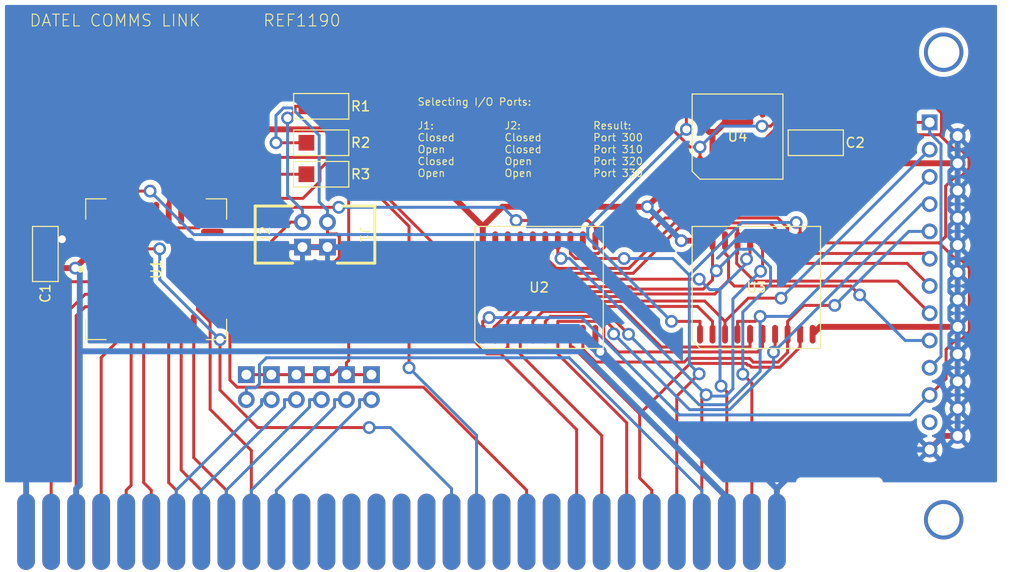
<source format=kicad_pcb>
(kicad_pcb (version 20241229) (generator "pcbnew") (generator_version "9.0")
  (layers (0 "F.Cu" signal) (2 "B.Cu" signal) (13 "F.Paste" user) (15 "B.Paste" user) (5 "F.SilkS" user "F.Silkscreen") (7 "B.SilkS" user "B.Silkscreen") (1 "F.Mask" user) (3 "B.Mask" user) (25 "Edge.Cuts" user))
  (net 0 "")
  (net 2 "/GND")
  (net 4 "/D6.GS")
  (net 5 "/D3.GS")
  (net 6 "/D5.GS")
  (net 7 "/D2.GS")
  (net 8 "/FlipFlop1.Q")
  (net 9 "/D0.GS")
  (net 10 "/Latch1.OE.2LE")
  (net 11 "/D1.GS")
  (net 12 "/D7.GS")
  (net 13 "/D4.GS")
  (net 15 "/D1")
  (net 16 "/D0")
  (net 17 "/D4")
  (net 18 "/Data.Out.LE")
  (net 19 "/D2")
  (net 20 "/+5V")
  (net 21 "/D6")
  (net 22 "/D3")
  (net 23 "/D7")
  (net 24 "/D5")
  (net 25 "/Data.In.OE")
  (net 27 "/FlipFlop.AR.B~{Q}")
  (net 29 "/I{slash}O.Jumper.2")
  (net 30 "/I{slash}O.Jumper.1")
  (net 31 "/IRQ.Select")
  (net 32 "/Select.IRQ")
  (net 33 "/A7")
  (net 34 "/A8")
  (net 38 "/A9")
  (net 40 "/~{IOW}")
  (net 42 "/A2")
  (net 44 "/AEN")
  (net 45 "/A3")
  (net 46 "/A6")
  (net 47 "/A1")
  (net 48 "/A5")
  (net 49 "/A4")
  (net 50 "/~{IOR}")
  (net 52 "/IRQ2")
  (net 53 "/IRQ3")
  (net 54 "/IRQ4")
  (net 55 "/IRQ5")
  (net 56 "/IRQ6")
  (net 57 "/IRQ7")
  (footprint "!REF1190:PLCC-28" (layer "F.Cu") (at 97.879 72.854 90)
    (property "Reference" "U1")
    (property "Value" "~")
  )
  (footprint "!REF1190:Jumper" (layer "F.Cu") (at 114.649 83.564)
    (property "Reference" "J4" (hide yes))
    (property "Value" "DNP" (hide yes))
  )
  (footprint "!REF1190:SOIC-20" (layer "F.Cu") (at 136.744 74.704)
    (property "Reference" "U2")
    (property "Value" "74HC373")
  )
  (footprint "!REF1190:SMD" (layer "F.Cu") (at 114.629 60.004)
    (property "Reference" "R2")
    (property "Value" "103")
  )
  (footprint "!REF1190:Jumper" (layer "F.Cu") (at 112.109 83.564)
    (property "Reference" "J3" (hide yes))
    (property "Value" "DNP" (hide yes))
  )
  (footprint "!REF1190:ISA Edge Connector" (layer "F.Cu") (at 122.779 99.529)
    (property "Reference" "U5" (hide yes))
    (property "Value" "~")
  )
  (footprint "!REF1190:Jumper" (layer "F.Cu") (at 117.189 83.564)
    (property "Reference" "J5" (hide yes))
    (property "Value" "DNP" (hide yes))
  )
  (footprint "!REF1190:SMD" (layer "F.Cu") (at 114.629 63.204)
    (property "Reference" "R3")
    (property "Value" "DNP")
  )
  (footprint "!REF1190:Jumper" (layer "F.Cu") (at 107.029 83.564)
    (property "Reference" "J1" (hide yes))
    (property "Value" "DNP" (hide yes))
  )
  (footprint "!REF1190:SMD" (layer "F.Cu") (at 114.629 56.304)
    (property "Reference" "R1")
    (property "Value" "103")
  )
  (footprint "!REF1190:Jumper" (layer "F.Cu") (at 119.729 83.564)
    (property "Reference" "J6" (hide yes))
    (property "Value" "DNP" (hide yes))
  )
  (footprint "!REF1190:SMD" (layer "F.Cu") (at 86.629 71.304 90)
    (property "Reference" "C1")
    (property "Value" "100 nF")
  )
  (footprint "!REF1190:SOIC-14" (layer "F.Cu") (at 156.889 59.379)
    (property "Reference" "U4")
    (property "Value" "74HC74")
  )
  (footprint "!REF1190:Jumper" (layer "F.Cu") (at 115.269 70.604 180)
    (property "Reference" "J8" (hide yes))
    (property "Value" "Jumper 1" (hide yes))
  )
  (footprint "!REF1190:SMD" (layer "F.Cu") (at 164.829 60.004)
    (property "Reference" "C2")
    (property "Value" "160 pF")
  )
  (footprint "!REF1190:SOIC-20" (layer "F.Cu") (at 158.794 74.704)
    (property "Reference" "U3")
    (property "Value" "74HC373")
  )
  (footprint "Connector_Dsub:DSUB-25_Socket_Vertical_P2.77x2.84mm_MountingHoles" (layer "F.Cu") (at 176.389 57.934 90)
    (property "Reference" "J9" (hide yes))
    (property "Value" "DB25_Pins_MountingHoles")
  )
  (footprint "!REF1190:Jumper" (layer "F.Cu") (at 112.729 70.604 180)
    (property "Reference" "J7" (hide yes))
    (property "Value" "Jumper 2" (hide yes))
  )
  (footprint "!REF1190:Jumper" (layer "F.Cu") (at 109.569 83.564)
    (property "Reference" "J2" (hide yes))
    (property "Value" "DNP" (hide yes))
  )
  (gr_line (start 120.069 72.234) (end 116.269 72.234) (stroke (width 0.3)) (layer "F.SilkS"))
  (gr_line (start 111.729 72.234) (end 107.929 72.234) (stroke (width 0.3)) (layer "F.SilkS"))
  (gr_line (start 107.929 72.234) (end 107.929 66.434) (stroke (width 0.3)) (layer "F.SilkS"))
  (gr_line (start 107.929 66.434) (end 111.729 66.434) (stroke (width 0.3)) (layer "F.SilkS"))
  (gr_line (start 116.269 66.434) (end 120.069 66.434) (stroke (width 0.3)) (layer "F.SilkS"))
  (gr_line (start 120.069 66.434) (end 120.069 72.234) (stroke (width 0.3)) (layer "F.SilkS"))
  (gr_line (start 82.029 103.604) (end 82.029 45.504) (stroke (width 0.002)) (layer "Edge.Cuts"))
  (gr_line (start 183.729 103.604) (end 183.729 45.504) (stroke (width 0.002)) (layer "Edge.Cuts"))
  (gr_line (start 171.129 103.604) (end 183.729 103.604) (stroke (width 0.002)) (layer "Edge.Cuts"))
  (gr_line (start 171.129 94.504) (end 163.329 94.504) (stroke (width 0.002)) (layer "Edge.Cuts"))
  (gr_line (start 82.029 103.604) (end 163.329 103.604) (stroke (width 0.002)) (layer "Edge.Cuts"))
  (gr_line (start 163.329 103.604) (end 163.329 94.504) (stroke (width 0.002)) (layer "Edge.Cuts"))
  (gr_line (start 82.029 45.504) (end 183.729 45.504) (stroke (width 0.002)) (layer "Edge.Cuts"))
  (gr_line (start 171.129 103.604) (end 171.129 94.504) (stroke (width 0.002)) (layer "Edge.Cuts"))
  (gr_text "J2" (at 109.506 70.241143 90) (layer "F.SilkS") (effects (font (size 1 1) (thickness 0.1)) (justify left bottom)))
  (gr_text "DATEL COMMS LINK	REF1190" (at 84.956 48.289 0) (layer "F.SilkS") (effects (font (size 1.2 1.2) (thickness 0.1)) (justify left bottom)))
  (gr_text "J1" (at 118.492 68.426857 270) (layer "F.SilkS") (effects (font (size 1 1) (thickness 0.1)) (justify left bottom)))
  (gr_text "Selecting I/O Ports:\n\nJ1:			J2:	  		Result:\nClosed		Closed		Port 300\nOpen		Closed		Port 310\nClosed		Open		Port 320\nOpen		Open		Port 330" (at 124.355 63.535 0) (layer "F.SilkS") (effects (font (size 0.75 0.75) (thickness 0.1)) (justify left bottom)))
  (segment (start 115.269 70.604) (end 112.729 70.604) (width 0.6) (layer "F.Cu") (net 2))
  (segment (start 179.229 89.789) (end 177.774 89.789) (width 0.6) (layer "F.Cu") (net 2))
  (segment (start 142.9627 81.2412) (end 142.6272 80.9057) (width 0.6) (layer "F.Cu") (net 2))
  (segment (start 163.954 62.089) (end 163.329 61.464) (width 0.6) (layer "F.Cu") (net 2))
  (segment (start 86.629 69.804) (end 87.9307 69.804) (width 0.6) (layer "F.Cu") (net 2))
  (segment (start 142.459 79.454) (end 142.459 80.9057) (width 0.6) (layer "F.Cu") (net 2))
  (segment (start 107.8573 74.124) (end 103.579 74.124) (width 0.6) (layer "F.Cu") (net 2))
  (segment (start 163.329 61.464) (end 163.329 60.004) (width 0.6) (layer "F.Cu") (net 2))
  (segment (start 112.729 70.604) (end 111.3773 70.604) (width 0.6) (layer "F.Cu") (net 2))
  (segment (start 142.6272 80.9057) (end 142.459 80.9057) (width 0.6) (layer "F.Cu") (net 2))
  (segment (start 165.254 78.709) (end 179.229 78.709) (width 0.6) (layer "F.Cu") (net 2))
  (segment (start 164.509 79.454) (end 165.254 78.709) (width 0.6) (layer "F.Cu") (net 2))
  (segment (start 177.774 89.789) (end 176.389 91.174) (width 0.6) (layer "F.Cu") (net 2))
  (segment (start 111.3773 70.604) (end 107.8573 74.124) (width 0.6) (layer "F.Cu") (net 2))
  (segment (start 87.9307 69.804) (end 88.3178 69.804) (width 0.6) (layer "F.Cu") (net 2))
  (segment (start 163.329 61.39) (end 163.329 60.004) (width 0.6) (layer "F.Cu") (net 2))
  (segment (start 179.229 62.089) (end 163.954 62.089) (width 0.6) (layer "F.Cu") (net 2))
  (segment (start 160.699 62.254) (end 162.465 62.254) (width 0.6) (layer "F.Cu") (net 2))
  (segment (start 162.465 62.254) (end 163.329 61.39) (width 0.6) (layer "F.Cu") (net 2))
  (via (at 88.3178 69.804) (size 1.3) (drill 0.8) (layers "F.Cu" "B.Cu") (net 2))
  (via (at 142.9627 81.2412) (size 1.3) (drill 0.8) (layers "F.Cu" "B.Cu") (net 2))
  (segment (start 179.229 78.709) (end 179.229 75.939) (width 0.6) (layer "B.Cu") (net 2))
  (segment (start 99.0364 69.9578) (end 101.3863 69.9578) (width 0.6) (layer "B.Cu") (net 2))
  (segment (start 116.6207 70.604) (end 125.139 79.1223) (width 0.6) (layer "B.Cu") (net 2))
  (segment (start 160.879 95.154) (end 164.859 91.174) (width 0.6) (layer "B.Cu") (net 2))
  (segment (start 140.8438 79.1223) (end 142.9627 81.2412) (width 0.6) (layer "B.Cu") (net 2))
  (segment (start 84.679 74.7142) (end 88.9535 70.4397) (width 0.6) (layer "B.Cu") (net 2))
  (segment (start 102.0325 70.604) (end 111.3773 70.604) (width 0.6) (layer "B.Cu") (net 2))
  (segment (start 179.229 84.249) (end 179.229 81.479) (width 0.6) (layer "B.Cu") (net 2))
  (segment (start 125.139 79.1223) (end 140.8438 79.1223) (width 0.6) (layer "B.Cu") (net 2))
  (segment (start 179.229 87.019) (end 179.229 84.249) (width 0.6) (layer "B.Cu") (net 2))
  (segment (start 115.269 70.604) (end 116.6207 70.604) (width 0.6) (layer "B.Cu") (net 2))
  (segment (start 158.388 92.663) (end 154.3845 92.663) (width 0.6) (layer "B.Cu") (net 2))
  (segment (start 88.9535 70.4397) (end 89.7585 69.6347) (width 0.6) (layer "B.Cu") (net 2))
  (segment (start 179.229 70.399) (end 179.229 67.629) (width 0.6) (layer "B.Cu") (net 2))
  (segment (start 179.229 67.629) (end 179.229 64.859) (width 0.6) (layer "B.Cu") (net 2))
  (segment (start 112.729 70.604) (end 111.3773 70.604) (width 0.6) (layer "B.Cu") (net 2))
  (segment (start 154.3845 92.663) (end 142.9627 81.2412) (width 0.6) (layer "B.Cu") (net 2))
  (segment (start 160.879 99.529) (end 160.879 95.3531) (width 0.6) (layer "B.Cu") (net 2))
  (segment (start 98.7133 69.6347) (end 99.0364 69.9578) (width 0.6) (layer "B.Cu") (net 2))
  (segment (start 160.879 95.3531) (end 160.879 95.154) (width 0.6) (layer "B.Cu") (net 2))
  (segment (start 84.679 99.529) (end 84.679 74.7142) (width 0.6) (layer "B.Cu") (net 2))
  (segment (start 88.9535 70.4397) (end 88.3178 69.804) (width 0.6) (layer "B.Cu") (net 2))
  (segment (start 89.7585 69.6347) (end 98.7133 69.6347) (width 0.6) (layer "B.Cu") (net 2))
  (segment (start 164.859 91.174) (end 176.389 91.174) (width 0.6) (layer "B.Cu") (net 2))
  (segment (start 179.229 64.859) (end 179.229 62.089) (width 0.6) (layer "B.Cu") (net 2))
  (segment (start 179.229 75.939) (end 179.229 73.169) (width 0.6) (layer "B.Cu") (net 2))
  (segment (start 179.229 81.479) (end 179.229 78.709) (width 0.6) (layer "B.Cu") (net 2))
  (segment (start 179.229 62.089) (end 179.229 59.319) (width 0.6) (layer "B.Cu") (net 2))
  (segment (start 179.229 73.169) (end 179.229 70.399) (width 0.6) (layer "B.Cu") (net 2))
  (segment (start 160.879 95.154) (end 158.388 92.663) (width 0.6) (layer "B.Cu") (net 2))
  (segment (start 101.3863 69.9578) (end 102.0325 70.604) (width 0.6) (layer "B.Cu") (net 2))
  (segment (start 179.229 89.789) (end 179.229 87.019) (width 0.6) (layer "B.Cu") (net 2))
  (segment (start 136.109 71.2557) (end 138.123 73.2697) (width 0.3) (layer "F.Cu") (net 4))
  (segment (start 136.109 69.954) (end 136.109 71.2557) (width 0.3) (layer "F.Cu") (net 4))
  (segment (start 156.889 69.954) (end 156.889 68.6523) (width 0.3) (layer "F.Cu") (net 4))
  (segment (start 156.889 69.9811) (end 156.889 71.2557) (width 0.3) (layer "F.Cu") (net 4))
  (segment (start 146.2891 73.2697) (end 150.9065 68.6523) (width 0.3) (layer "F.Cu") (net 4))
  (segment (start 173.1262 74.0612) (end 176.389 77.324) (width 0.3) (layer "F.Cu") (net 4))
  (segment (start 156.8012 72.2723) (end 158.5901 74.0612) (width 0.3) (layer "F.Cu") (net 4))
  (segment (start 138.123 73.2697) (end 146.2891 73.2697) (width 0.3) (layer "F.Cu") (net 4))
  (segment (start 156.889 71.2557) (end 156.8012 71.3435) (width 0.3) (layer "F.Cu") (net 4))
  (segment (start 156.8012 71.3435) (end 156.8012 72.2723) (width 0.3) (layer "F.Cu") (net 4))
  (segment (start 150.9065 68.6523) (end 156.889 68.6523) (width 0.3) (layer "F.Cu") (net 4))
  (segment (start 158.5901 74.0612) (end 173.1262 74.0612) (width 0.3) (layer "F.Cu") (net 4))
  (segment (start 156.889 69.9811) (end 156.889 69.954) (width 0.3) (layer "F.Cu") (net 4))
  (segment (start 158.1146 81.9143) (end 151.8491 81.9143) (width 0.3) (layer "F.Cu") (net 5))
  (segment (start 142.4748 82.2827) (end 141.189 80.9969) (width 0.3) (layer "F.Cu") (net 5))
  (segment (start 158.4903 82.29) (end 158.1146 81.9143) (width 0.3) (layer "F.Cu") (net 5))
  (segment (start 160.9885 82.29) (end 158.4903 82.29) (width 0.3) (layer "F.Cu") (net 5))
  (segment (start 151.4807 82.2827) (end 142.4748 82.2827) (width 0.3) (layer "F.Cu") (net 5))
  (segment (start 161.969 80.7557) (end 161.969 81.3095) (width 0.3) (layer "F.Cu") (net 5))
  (segment (start 161.969 79.454) (end 161.969 80.7557) (width 0.3) (layer "F.Cu") (net 5))
  (segment (start 161.969 81.3095) (end 160.9885 82.29) (width 0.3) (layer "F.Cu") (net 5))
  (segment (start 141.189 80.9969) (end 141.189 80.7557) (width 0.3) (layer "F.Cu") (net 5))
  (segment (start 163.5931 76.5282) (end 161.969 78.1523) (width 0.3) (layer "F.Cu") (net 5))
  (segment (start 166.7524 76.5282) (end 163.5931 76.5282) (width 0.3) (layer "F.Cu") (net 5))
  (segment (start 151.8491 81.9143) (end 151.4807 82.2827) (width 0.3) (layer "F.Cu") (net 5))
  (segment (start 141.189 79.454) (end 141.189 80.7557) (width 0.3) (layer "F.Cu") (net 5))
  (segment (start 161.969 79.454) (end 161.969 78.1523) (width 0.3) (layer "F.Cu") (net 5))
  (via (at 166.7524 76.5282) (size 1.3) (drill 0.8) (layers "F.Cu" "B.Cu") (net 5))
  (segment (start 176.389 69.014) (end 174.2666 69.014) (width 0.3) (layer "B.Cu") (net 5))
  (segment (start 174.2666 69.014) (end 166.7524 76.5282) (width 0.3) (layer "B.Cu") (net 5))
  (segment (start 145.8511 72.768) (end 138.5039 72.768) (width 0.3) (layer "F.Cu") (net 6))
  (segment (start 160.699 69.9811) (end 160.699 71.2557) (width 0.3) (layer "F.Cu") (net 6))
  (segment (start 160.1973 68.1506) (end 150.4685 68.1506) (width 0.3) (layer "F.Cu") (net 6))
  (segment (start 160.699 71.2557) (end 161.7024 72.2591) (width 0.3) (layer "F.Cu") (net 6))
  (segment (start 160.699 69.954) (end 160.699 68.6523) (width 0.3) (layer "F.Cu") (net 6))
  (segment (start 137.379 69.954) (end 137.379 71.2557) (width 0.3) (layer "F.Cu") (net 6))
  (segment (start 174.0941 72.2591) (end 176.389 74.554) (width 0.3) (layer "F.Cu") (net 6))
  (segment (start 150.4685 68.1506) (end 145.8511 72.768) (width 0.3) (layer "F.Cu") (net 6))
  (segment (start 160.699 69.9811) (end 160.699 69.954) (width 0.3) (layer "F.Cu") (net 6))
  (segment (start 161.7024 72.2591) (end 174.0941 72.2591) (width 0.3) (layer "F.Cu") (net 6))
  (segment (start 138.5039 72.768) (end 137.379 71.6431) (width 0.3) (layer "F.Cu") (net 6))
  (segment (start 137.379 71.6431) (end 137.379 71.2557) (width 0.3) (layer "F.Cu") (net 6))
  (segment (start 160.699 68.6523) (end 160.1973 68.1506) (width 0.3) (layer "F.Cu") (net 6))
  (segment (start 137.379 79.454) (end 137.379 78.1523) (width 0.3) (layer "F.Cu") (net 7))
  (segment (start 143.0437 77.6495) (end 144.3158 78.9216) (width 0.3) (layer "F.Cu") (net 7))
  (segment (start 160.699 79.454) (end 160.699 81.1209) (width 0.3) (layer "F.Cu") (net 7))
  (segment (start 137.8818 77.6495) (end 143.0437 77.6495) (width 0.3) (layer "F.Cu") (net 7))
  (segment (start 137.379 78.1523) (end 137.8818 77.6495) (width 0.3) (layer "F.Cu") (net 7))
  (segment (start 144.3158 78.9216) (end 144.3158 79.4191) (width 0.3) (layer "F.Cu") (net 7))
  (segment (start 160.699 81.1209) (end 160.5394 81.2805) (width 0.3) (layer "F.Cu") (net 7))
  (via (at 144.3158 79.4191) (size 1.3) (drill 0.8) (layers "F.Cu" "B.Cu") (net 7))
  (via (at 160.5394 81.2805) (size 1.3) (drill 0.8) (layers "F.Cu" "B.Cu") (net 7))
  (segment (start 152.0169 87.1202) (end 156.08 87.1202) (width 0.3) (layer "B.Cu") (net 7))
  (segment (start 176.389 66.244) (end 175.5759 66.244) (width 0.3) (layer "B.Cu") (net 7))
  (segment (start 175.5759 66.244) (end 160.5394 81.2805) (width 0.3) (layer "B.Cu") (net 7))
  (segment (start 156.08 87.1202) (end 160.5394 82.6608) (width 0.3) (layer "B.Cu") (net 7))
  (segment (start 144.3158 79.4191) (end 152.0169 87.1202) (width 0.3) (layer "B.Cu") (net 7))
  (segment (start 160.5394 82.6608) (end 160.5394 81.2805) (width 0.3) (layer "B.Cu") (net 7))
  (segment (start 161.375 57.934) (end 176.389 57.934) (width 0.3) (layer "F.Cu") (net 8))
  (segment (start 158.159 61.15) (end 161.375 57.934) (width 0.3) (layer "F.Cu") (net 8))
  (segment (start 158.159 62.254) (end 158.159 61.15) (width 0.3) (layer "F.Cu") (net 8))
  (segment (start 176.4611 59.0857) (end 176.389 59.0857) (width 0.3) (layer "B.Cu") (net 8))
  (segment (start 176.389 57.934) (end 176.389 59.0857) (width 0.3) (layer "B.Cu") (net 8))
  (segment (start 176.389 82.864) (end 177.5407 81.7123) (width 0.3) (layer "B.Cu") (net 8))
  (segment (start 177.5407 60.1653) (end 176.4611 59.0857) (width 0.3) (layer "B.Cu") (net 8))
  (segment (start 177.5407 81.7123) (end 177.5407 60.1653) (width 0.3) (layer "B.Cu") (net 8))
  (segment (start 135.298 75.6338) (end 132.299 78.6328) (width 0.3) (layer "F.Cu") (net 9))
  (segment (start 145.6104 75.6338) (end 135.298 75.6338) (width 0.3) (layer "F.Cu") (net 9))
  (segment (start 155.619 78.1523) (end 157.9825 75.7888) (width 0.3) (layer "F.Cu") (net 9))
  (segment (start 155.619 79.454) (end 155.619 78.1523) (width 0.3) (layer "F.Cu") (net 9))
  (segment (start 132.299 78.6328) (end 132.299 79.454) (width 0.3) (layer "F.Cu") (net 9))
  (segment (start 155.619 78.1523) (end 153.5519 76.0852) (width 0.3) (layer "F.Cu") (net 9))
  (segment (start 157.9825 75.7888) (end 161.3042 75.7888) (width 0.3) (layer "F.Cu") (net 9))
  (segment (start 153.5519 76.0852) (end 146.0618 76.0852) (width 0.3) (layer "F.Cu") (net 9))
  (segment (start 146.0618 76.0852) (end 145.6104 75.6338) (width 0.3) (layer "F.Cu") (net 9))
  (via (at 161.3042 75.7888) (size 1.3) (drill 0.8) (layers "F.Cu" "B.Cu") (net 9))
  (segment (start 176.389 60.704) (end 161.3042 75.7888) (width 0.3) (layer "B.Cu") (net 9))
  (segment (start 166.329 60.004) (end 167.4807 60.004) (width 0.3) (layer "F.Cu") (net 10))
  (segment (start 131.2819 78.1523) (end 131.6679 77.7663) (width 0.3) (layer "F.Cu") (net 10))
  (segment (start 158.1907 55.2023) (end 175.789 55.2023) (width 0.3) (layer "F.Cu") (net 10))
  (segment (start 178.9434 63.474) (end 178.0114 64.406) (width 0.3) (layer "F.Cu") (net 10))
  (segment (start 168.2899 59.1948) (end 167.4807 60.004) (width 0.3) (layer "F.Cu") (net 10))
  (segment (start 177.5882 58.9983) (end 177.3917 59.1948) (width 0.3) (layer "F.Cu") (net 10))
  (segment (start 180.4167 72.7279) (end 180.4167 79.1702) (width 0.3) (layer "F.Cu") (net 10))
  (segment (start 177.3917 59.1948) (end 168.2899 59.1948) (width 0.3) (layer "F.Cu") (net 10))
  (segment (start 164.7355 70.1805) (end 177.3621 70.1805) (width 0.3) (layer "F.Cu") (net 10))
  (segment (start 178.9611 80.094) (end 178.0586 80.9965) (width 0.3) (layer "F.Cu") (net 10))
  (segment (start 175.789 55.2023) (end 177.5882 57.0015) (width 0.3) (layer "F.Cu") (net 10))
  (segment (start 179.6497 71.9609) (end 180.4167 72.7279) (width 0.3) (layer "F.Cu") (net 10))
  (segment (start 178.9009 60.704) (end 179.5327 60.704) (width 0.3) (layer "F.Cu") (net 10))
  (segment (start 177.3917 59.1948) (end 178.9009 60.704) (width 0.3) (layer "F.Cu") (net 10))
  (segment (start 158.19 55.203) (end 158.1907 55.2023) (width 0.3) (layer "F.Cu") (net 10))
  (segment (start 131.029 79.454) (end 131.029 78.1523) (width 0.3) (layer "F.Cu") (net 10))
  (segment (start 179.5213 63.474) (end 178.9434 63.474) (width 0.3) (layer "F.Cu") (net 10))
  (segment (start 177.5882 57.0015) (end 177.5882 58.9983) (width 0.3) (layer "F.Cu") (net 10))
  (segment (start 178.0114 69.5312) (end 177.3621 70.1805) (width 0.3) (layer "F.Cu") (net 10))
  (segment (start 180.4167 79.1702) (end 179.4929 80.094) (width 0.3) (layer "F.Cu") (net 10))
  (segment (start 178.0586 80.9965) (end 178.0586 83.9644) (width 0.3) (layer "F.Cu") (net 10))
  (segment (start 156.889 56.504) (end 156.889 55.428) (width 0.3) (layer "F.Cu") (net 10))
  (segment (start 156.889 55.428) (end 157.114 55.203) (width 0.3) (layer "F.Cu") (net 10))
  (segment (start 177.3621 70.1805) (end 179.1425 71.9609) (width 0.3) (layer "F.Cu") (net 10))
  (segment (start 179.4929 80.094) (end 178.9611 80.094) (width 0.3) (layer "F.Cu") (net 10))
  (segment (start 157.114 55.203) (end 158.19 55.203) (width 0.3) (layer "F.Cu") (net 10))
  (segment (start 179.1425 71.9609) (end 179.6497 71.9609) (width 0.3) (layer "F.Cu") (net 10))
  (segment (start 179.5327 60.704) (end 180.3846 61.5559) (width 0.3) (layer "F.Cu") (net 10))
  (segment (start 178.0586 83.9644) (end 176.389 85.634) (width 0.3) (layer "F.Cu") (net 10))
  (segment (start 178.0114 64.406) (end 178.0114 69.5312) (width 0.3) (layer "F.Cu") (net 10))
  (segment (start 131.029 78.1523) (end 131.2819 78.1523) (width 0.3) (layer "F.Cu") (net 10))
  (segment (start 180.3846 61.5559) (end 180.3846 62.6107) (width 0.3) (layer "F.Cu") (net 10))
  (segment (start 180.3846 62.6107) (end 179.5213 63.474) (width 0.3) (layer "F.Cu") (net 10))
  (segment (start 164.509 69.954) (end 164.7355 70.1805) (width 0.3) (layer "F.Cu") (net 10))
  (via (at 131.6679 77.7663) (size 1.3) (drill 0.8) (layers "F.Cu" "B.Cu") (net 10))
  (segment (start 150.9712 87.6568) (end 174.3662 87.6568) (width 0.3) (layer "B.Cu") (net 10))
  (segment (start 131.6679 77.7663) (end 141.0807 77.7663) (width 0.3) (layer "B.Cu") (net 10))
  (segment (start 174.3662 87.6568) (end 176.389 85.634) (width 0.3) (layer "B.Cu") (net 10))
  (segment (start 141.0807 77.7663) (end 150.9712 87.6568) (width 0.3) (layer "B.Cu") (net 10))
  (segment (start 156.889 78.1523) (end 158.674 78.1523) (width 0.3) (layer "F.Cu") (net 11))
  (segment (start 136.109 79.454) (end 136.109 78.1523) (width 0.3) (layer "F.Cu") (net 11))
  (segment (start 137.1135 77.1478) (end 143.5155 77.1478) (width 0.3) (layer "F.Cu") (net 11))
  (segment (start 136.109 78.1523) (end 137.1135 77.1478) (width 0.3) (layer "F.Cu") (net 11))
  (segment (start 143.5155 77.1478) (end 145.8243 79.4566) (width 0.3) (layer "F.Cu") (net 11))
  (segment (start 158.674 78.1523) (end 159.1806 77.6457) (width 0.3) (layer "F.Cu") (net 11))
  (segment (start 156.889 79.454) (end 156.889 78.1523) (width 0.3) (layer "F.Cu") (net 11))
  (via (at 159.1806 77.6457) (size 1.3) (drill 0.8) (layers "F.Cu" "B.Cu") (net 11))
  (via (at 145.8243 79.4566) (size 1.3) (drill 0.8) (layers "F.Cu" "B.Cu") (net 11))
  (segment (start 155.7903 86.6185) (end 159.1806 83.2282) (width 0.3) (layer "B.Cu") (net 11))
  (segment (start 145.8243 79.4566) (end 152.9862 86.6185) (width 0.3) (layer "B.Cu") (net 11))
  (segment (start 152.9862 86.6185) (end 155.7903 86.6185) (width 0.3) (layer "B.Cu") (net 11))
  (segment (start 159.1806 83.2282) (end 159.1806 77.6457) (width 0.3) (layer "B.Cu") (net 11))
  (segment (start 162.2173 77.6457) (end 176.389 63.474) (width 0.3) (layer "B.Cu") (net 11))
  (segment (start 159.1806 77.6457) (end 162.2173 77.6457) (width 0.3) (layer "B.Cu") (net 11))
  (segment (start 136.1754 75.1321) (end 132.299 71.2557) (width 0.3) (layer "F.Cu") (net 12))
  (segment (start 132.299 69.954) (end 132.299 71.2557) (width 0.3) (layer "F.Cu") (net 12))
  (segment (start 154.5821 75.3697) (end 146.0557 75.3697) (width 0.3) (layer "F.Cu") (net 12))
  (segment (start 155.9771 73.9747) (end 156.5653 74.5629) (width 0.3) (layer "F.Cu") (net 12))
  (segment (start 145.8181 75.1321) (end 136.1754 75.1321) (width 0.3) (layer "F.Cu") (net 12))
  (segment (start 155.619 69.954) (end 155.619 71.2557) (width 0.3) (layer "F.Cu") (net 12))
  (segment (start 168.3807 74.5629) (end 169.2839 75.4661) (width 0.3) (layer "F.Cu") (net 12))
  (segment (start 156.5653 74.5629) (end 168.3807 74.5629) (width 0.3) (layer "F.Cu") (net 12))
  (segment (start 146.0557 75.3697) (end 145.8181 75.1321) (width 0.3) (layer "F.Cu") (net 12))
  (segment (start 155.9771 71.6138) (end 155.619 71.2557) (width 0.3) (layer "F.Cu") (net 12))
  (segment (start 155.9771 73.9747) (end 155.9771 71.6138) (width 0.3) (layer "F.Cu") (net 12))
  (segment (start 155.9771 73.9747) (end 154.5821 75.3697) (width 0.3) (layer "F.Cu") (net 12))
  (via (at 169.2839 75.4661) (size 1.3) (drill 0.8) (layers "F.Cu" "B.Cu") (net 12))
  (segment (start 173.9118 80.094) (end 169.2839 75.4661) (width 0.3) (layer "B.Cu") (net 12))
  (segment (start 176.389 80.094) (end 173.9118 80.094) (width 0.3) (layer "B.Cu") (net 12))
  (segment (start 176.389 71.784) (end 175.8607 71.2557) (width 0.3) (layer "F.Cu") (net 13))
  (segment (start 147.4679 69.7321) (end 149.5511 67.6489) (width 0.3) (layer "F.Cu") (net 13))
  (segment (start 141.189 71.2557) (end 142.729 71.2557) (width 0.3) (layer "F.Cu") (net 13))
  (segment (start 141.189 69.954) (end 141.189 71.2557) (width 0.3) (layer "F.Cu") (net 13))
  (segment (start 161.969 69.954) (end 161.969 68.6523) (width 0.3) (layer "F.Cu") (net 13))
  (segment (start 161.969 69.954) (end 161.969 71.2557) (width 0.3) (layer "F.Cu") (net 13))
  (segment (start 149.5511 67.6489) (end 160.9656 67.6489) (width 0.3) (layer "F.Cu") (net 13))
  (segment (start 144.2526 69.7321) (end 147.4679 69.7321) (width 0.3) (layer "F.Cu") (net 13))
  (segment (start 160.9656 67.6489) (end 161.969 68.6523) (width 0.3) (layer "F.Cu") (net 13))
  (segment (start 142.729 71.2557) (end 144.2526 69.7321) (width 0.3) (layer "F.Cu") (net 13))
  (segment (start 175.8607 71.2557) (end 161.969 71.2557) (width 0.3) (layer "F.Cu") (net 13))
  (segment (start 143.099 99.529) (end 143.099 89.7456) (width 0.3) (layer "F.Cu") (net 15))
  (segment (start 145.0276 76.6372) (end 149.1461 80.7557) (width 0.3) (layer "F.Cu") (net 15))
  (segment (start 134.839 79.454) (end 134.839 78.1523) (width 0.3) (layer "F.Cu") (net 15))
  (segment (start 134.839 78.1523) (end 136.3541 76.6372) (width 0.3) (layer "F.Cu") (net 15))
  (segment (start 134.839 81.4856) (end 134.839 79.454) (width 0.3) (layer "F.Cu") (net 15))
  (segment (start 136.3541 76.6372) (end 145.0276 76.6372) (width 0.3) (layer "F.Cu") (net 15))
  (segment (start 143.099 89.7456) (end 134.839 81.4856) (width 0.3) (layer "F.Cu") (net 15))
  (segment (start 158.159 79.454) (end 158.159 80.7557) (width 0.3) (layer "F.Cu") (net 15))
  (segment (start 149.1461 80.7557) (end 158.159 80.7557) (width 0.3) (layer "F.Cu") (net 15))
  (segment (start 135.5858 76.1355) (end 133.569 78.1523) (width 0.3) (layer "F.Cu") (net 16))
  (segment (start 152.8324 76.6357) (end 145.9029 76.6357) (width 0.3) (layer "F.Cu") (net 16))
  (segment (start 132.8695 81.4552) (end 140.559 89.1447) (width 0.3) (layer "F.Cu") (net 16))
  (segment (start 132.8695 81.4552) (end 133.569 80.7557) (width 0.3) (layer "F.Cu") (net 16))
  (segment (start 99.149 65.6523) (end 103.3083 61.493) (width 0.3) (layer "F.Cu") (net 16))
  (segment (start 154.349 79.454) (end 154.349 78.1523) (width 0.3) (layer "F.Cu") (net 16))
  (segment (start 129.3064 73.5359) (end 129.3064 79.3079) (width 0.3) (layer "F.Cu") (net 16))
  (segment (start 103.3083 61.493) (end 117.2635 61.493) (width 0.3) (layer "F.Cu") (net 16))
  (segment (start 131.4537 81.4552) (end 132.8695 81.4552) (width 0.3) (layer "F.Cu") (net 16))
  (segment (start 154.349 78.1523) (end 152.8324 76.6357) (width 0.3) (layer "F.Cu") (net 16))
  (segment (start 133.569 79.4811) (end 133.569 80.7557) (width 0.3) (layer "F.Cu") (net 16))
  (segment (start 133.569 79.4811) (end 133.569 79.454) (width 0.3) (layer "F.Cu") (net 16))
  (segment (start 99.149 67.154) (end 99.149 65.6523) (width 0.3) (layer "F.Cu") (net 16))
  (segment (start 140.559 89.1447) (end 140.559 99.529) (width 0.3) (layer "F.Cu") (net 16))
  (segment (start 129.3064 79.3079) (end 131.4537 81.4552) (width 0.3) (layer "F.Cu") (net 16))
  (segment (start 133.569 79.454) (end 133.569 78.1523) (width 0.3) (layer "F.Cu") (net 16))
  (segment (start 145.4027 76.1355) (end 135.5858 76.1355) (width 0.3) (layer "F.Cu") (net 16))
  (segment (start 145.9029 76.6357) (end 145.4027 76.1355) (width 0.3) (layer "F.Cu") (net 16))
  (segment (start 117.2635 61.493) (end 129.3064 73.5359) (width 0.3) (layer "F.Cu") (net 16))
  (segment (start 163.239 68.5002) (end 162.8449 68.1061) (width 0.3) (layer "F.Cu") (net 17))
  (segment (start 150.719 85.7552) (end 152.9906 83.4836) (width 0.3) (layer "F.Cu") (net 17))
  (segment (start 139.919 71.2557) (end 140.4294 71.7661) (width 0.3) (layer "F.Cu") (net 17))
  (segment (start 150.719 99.529) (end 150.719 95.3023) (width 0.3) (layer "F.Cu") (net 17))
  (segment (start 163.239 69.954) (end 163.239 68.5002) (width 0.3) (layer "F.Cu") (net 17))
  (segment (start 140.4294 71.7661) (end 145.37 71.7661) (width 0.3) (layer "F.Cu") (net 17))
  (segment (start 150.719 95.3023) (end 150.719 85.7552) (width 0.3) (layer "F.Cu") (net 17))
  (segment (start 139.919 69.954) (end 139.919 71.2557) (width 0.3) (layer "F.Cu") (net 17))
  (via (at 145.37 71.7661) (size 1.3) (drill 0.8) (layers "F.Cu" "B.Cu") (net 17))
  (via (at 152.9906 83.4836) (size 1.3) (drill 0.8) (layers "F.Cu" "B.Cu") (net 17))
  (via (at 162.8449 68.1061) (size 1.3) (drill 0.8) (layers "F.Cu" "B.Cu") (net 17))
  (segment (start 151.9963 82.4893) (end 152.9906 83.4836) (width 0.3) (layer "B.Cu") (net 17))
  (segment (start 150.312 71.7661) (end 145.37 71.7661) (width 0.3) (layer "B.Cu") (net 17))
  (segment (start 162.8449 68.1061) (end 157.3406 68.1061) (width 0.3) (layer "B.Cu") (net 17))
  (segment (start 157.3406 68.1061) (end 151.9963 73.4504) (width 0.3) (layer "B.Cu") (net 17))
  (segment (start 151.9963 73.4504) (end 151.9963 82.4893) (width 0.3) (layer "B.Cu") (net 17))
  (segment (start 151.9963 73.4504) (end 150.312 71.7661) (width 0.3) (layer "B.Cu") (net 17))
  (segment (start 155.619 64.489) (end 155.619 62.254) (width 0.3) (layer "F.Cu") (net 18))
  (segment (start 150.4054 65.469) (end 154.639 65.469) (width 0.3) (layer "F.Cu") (net 18))
  (segment (start 147.2221 68.6523) (end 150.4054 65.469) (width 0.3) (layer "F.Cu") (net 18))
  (segment (start 134.4162 67.9036) (end 141.7103 67.9036) (width 0.3) (layer "F.Cu") (net 18))
  (segment (start 142.459 69.954) (end 142.459 68.6523) (width 0.3) (layer "F.Cu") (net 18))
  (segment (start 95.339 67.154) (end 95.339 68.6557) (width 0.3) (layer "F.Cu") (net 18))
  (segment (start 141.7103 67.9036) (end 142.459 68.6523) (width 0.3) (layer "F.Cu") (net 18))
  (segment (start 142.459 68.6523) (end 147.2221 68.6523) (width 0.3) (layer "F.Cu") (net 18))
  (segment (start 95.339 68.6557) (end 102.1956 68.6557) (width 0.3) (layer "F.Cu") (net 18))
  (segment (start 154.639 65.469) (end 155.619 64.489) (width 0.3) (layer "F.Cu") (net 18))
  (segment (start 102.1956 68.6557) (end 104.2923 66.559) (width 0.3) (layer "F.Cu") (net 18))
  (segment (start 104.2923 66.559) (end 116.4186 66.559) (width 0.3) (layer "F.Cu") (net 18))
  (via (at 134.4162 67.9036) (size 1.3) (drill 0.8) (layers "F.Cu" "B.Cu") (net 18))
  (via (at 116.4186 66.559) (size 1.3) (drill 0.8) (layers "F.Cu" "B.Cu") (net 18))
  (segment (start 116.4186 66.559) (end 133.0716 66.559) (width 0.3) (layer "B.Cu") (net 18))
  (segment (start 133.0716 66.559) (end 134.4162 67.9036) (width 0.3) (layer "B.Cu") (net 18))
  (segment (start 143.3141 79.8387) (end 144.7328 81.2574) (width 0.3) (layer "F.Cu") (net 19))
  (segment (start 158.9273 81.2574) (end 159.429 80.7557) (width 0.3) (layer "F.Cu") (net 19))
  (segment (start 138.649 79.454) (end 138.649 78.1523) (width 0.3) (layer "F.Cu") (net 19))
  (segment (start 145.639 88.4554) (end 138.649 81.4654) (width 0.3) (layer "F.Cu") (net 19))
  (segment (start 142.7962 78.1523) (end 143.3141 78.6702) (width 0.3) (layer "F.Cu") (net 19))
  (segment (start 145.639 99.529) (end 145.639 88.4554) (width 0.3) (layer "F.Cu") (net 19))
  (segment (start 138.649 78.1523) (end 142.7962 78.1523) (width 0.3) (layer "F.Cu") (net 19))
  (segment (start 138.649 81.4654) (end 138.649 79.454) (width 0.3) (layer "F.Cu") (net 19))
  (segment (start 159.429 79.454) (end 159.429 80.7557) (width 0.3) (layer "F.Cu") (net 19))
  (segment (start 144.7328 81.2574) (end 158.9273 81.2574) (width 0.3) (layer "F.Cu") (net 19))
  (segment (start 143.3141 78.6702) (end 143.3141 79.8387) (width 0.3) (layer "F.Cu") (net 19))
  (segment (start 154.349 63.447) (end 153.411 64.385) (width 0.6) (layer "F.Cu") (net 20))
  (segment (start 156.889 60.8023) (end 154.349 60.8023) (width 0.6) (layer "F.Cu") (net 20))
  (segment (start 154.349 58.9122) (end 154.349 60.8023) (width 0.6) (layer "F.Cu") (net 20))
  (segment (start 158.159 56.504) (end 158.159 57.9557) (width 0.6) (layer "F.Cu") (net 20))
  (segment (start 131.029 69.954) (end 131.029 68.5023) (width 0.6) (layer "F.Cu") (net 20))
  (segment (start 90.5273 71.8759) (end 90.5273 71.584) (width 0.6) (layer "F.Cu") (net 20))
  (segment (start 156.889 62.254) (end 156.889 60.8023) (width 0.6) (layer "F.Cu") (net 20))
  (segment (start 87.9307 72.804) (end 87.9984 72.7363) (width 0.6) (layer "F.Cu") (net 20))
  (segment (start 87.9984 72.7363) (end 89.6669 72.7363) (width 0.6) (layer "F.Cu") (net 20))
  (segment (start 155.619 57.9557) (end 158.159 57.9557) (width 0.6) (layer "F.Cu") (net 20))
  (segment (start 154.0162 58.9122) (end 154.349 58.9122) (width 0.6) (layer "F.Cu") (net 20))
  (segment (start 116.129 58.6445) (end 116.129 57.6057) (width 0.6) (layer "F.Cu") (net 20))
  (segment (start 116.129 60.004) (end 122.5307 60.004) (width 0.6) (layer "F.Cu") (net 20))
  (segment (start 86.629 72.804) (end 87.9307 72.804) (width 0.6) (layer "F.Cu") (net 20))
  (segment (start 149.8438 64.385) (end 147.7255 66.5033) (width 0.6) (layer "F.Cu") (net 20))
  (segment (start 147.7255 66.5033) (end 133.028 66.5033) (width 0.6) (layer "F.Cu") (net 20))
  (segment (start 89.6669 72.7363) (end 90.5273 71.8759) (width 0.6) (layer "F.Cu") (net 20))
  (segment (start 116.129 56.304) (end 116.129 57.6057) (width 0.6) (layer "F.Cu") (net 20))
  (segment (start 153.411 64.385) (end 149.8438 64.385) (width 0.6) (layer "F.Cu") (net 20))
  (segment (start 154.349 58.9122) (end 154.6625 58.9122) (width 0.6) (layer "F.Cu") (net 20))
  (segment (start 133.028 66.5033) (end 131.029 68.5023) (width 0.6) (layer "F.Cu") (net 20))
  (segment (start 90.5273 71.584) (end 90.5273 68.7046) (width 0.6) (layer "F.Cu") (net 20))
  (segment (start 153.079 56.504) (end 153.079 57.975) (width 0.6) (layer "F.Cu") (net 20))
  (segment (start 92.179 71.584) (end 90.5273 71.584) (width 0.6) (layer "F.Cu") (net 20))
  (segment (start 122.5307 60.004) (end 131.029 68.5023) (width 0.6) (layer "F.Cu") (net 20))
  (segment (start 153.079 57.975) (end 154.0162 58.9122) (width 0.6) (layer "F.Cu") (net 20))
  (segment (start 155.619 56.504) (end 155.619 57.9557) (width 0.6) (layer "F.Cu") (net 20))
  (segment (start 116.129 60.004) (end 116.129 58.6445) (width 0.6) (layer "F.Cu") (net 20))
  (segment (start 154.6625 58.9122) (end 155.619 57.9557) (width 0.6) (layer "F.Cu") (net 20))
  (segment (start 153.079 69.954) (end 151.1762 69.954) (width 0.6) (layer "F.Cu") (net 20))
  (segment (start 154.349 62.254) (end 154.349 60.8023) (width 0.6) (layer "F.Cu") (net 20))
  (segment (start 154.349 62.254) (end 154.349 63.447) (width 0.6) (layer "F.Cu") (net 20))
  (segment (start 100.5874 58.6445) (end 116.129 58.6445) (width 0.6) (layer "F.Cu") (net 20))
  (segment (start 90.5273 68.7046) (end 100.5874 58.6445) (width 0.6) (layer "F.Cu") (net 20))
  (via (at 147.7255 66.5033) (size 1.3) (drill 0.8) (layers "F.Cu" "B.Cu") (net 20))
  (via (at 89.6669 72.7363) (size 1.3) (drill 0.8) (layers "F.Cu" "B.Cu") (net 20))
  (via (at 151.1762 69.954) (size 1.3) (drill 0.8) (layers "F.Cu" "B.Cu") (net 20))
  (segment (start 90.1252 81.1944) (end 90.1252 94.7861) (width 0.6) (layer "B.Cu") (net 20))
  (segment (start 140.9614 81.1944) (end 155.799 96.032) (width 0.6) (layer "B.Cu") (net 20))
  (segment (start 90.1252 81.1944) (end 140.9614 81.1944) (width 0.6) (layer "B.Cu") (net 20))
  (segment (start 90.1252 94.7861) (end 89.759 95.1523) (width 0.6) (layer "B.Cu") (net 20))
  (segment (start 89.759 99.529) (end 89.759 95.1523) (width 0.6) (layer "B.Cu") (net 20))
  (segment (start 90.1252 73.1946) (end 90.1252 81.1944) (width 0.6) (layer "B.Cu") (net 20))
  (segment (start 89.6669 72.7363) (end 90.1252 73.1946) (width 0.6) (layer "B.Cu") (net 20))
  (segment (start 155.799 96.032) (end 155.799 99.529) (width 0.6) (layer "B.Cu") (net 20))
  (segment (start 147.7255 66.5033) (end 151.1762 69.954) (width 0.6) (layer "B.Cu") (net 20))
  (segment (start 158.159 71.2557) (end 157.8029 71.6118) (width 0.3) (layer "F.Cu") (net 21))
  (segment (start 155.799 99.529) (end 155.799 95.3023) (width 0.3) (layer "F.Cu") (net 21))
  (segment (start 155.799 95.3023) (end 155.799 85.3002) (width 0.3) (layer "F.Cu") (net 21))
  (segment (start 134.839 69.954) (end 134.839 71.2557) (width 0.3) (layer "F.Cu") (net 21))
  (segment (start 134.839 71.2557) (end 137.4485 73.8652) (width 0.3) (layer "F.Cu") (net 21))
  (segment (start 155.799 85.3002) (end 155.2197 84.7209) (width 0.3) (layer "F.Cu") (net 21))
  (segment (start 158.159 69.954) (end 158.159 71.2557) (width 0.3) (layer "F.Cu") (net 21))
  (segment (start 137.4485 73.8652) (end 152.998 73.8652) (width 0.3) (layer "F.Cu") (net 21))
  (segment (start 157.8029 71.6118) (end 157.8029 71.8216) (width 0.3) (layer "F.Cu") (net 21))
  (via (at 157.8029 71.8216) (size 1.3) (drill 0.8) (layers "F.Cu" "B.Cu") (net 21))
  (via (at 152.998 73.8652) (size 1.3) (drill 0.8) (layers "F.Cu" "B.Cu") (net 21))
  (via (at 155.2197 84.7209) (size 1.3) (drill 0.8) (layers "F.Cu" "B.Cu") (net 21))
  (segment (start 154.0592 74.9264) (end 152.998 73.8652) (width 0.3) (layer "B.Cu") (net 21))
  (segment (start 155.1095 84.6107) (end 155.2197 84.7209) (width 0.3) (layer "B.Cu") (net 21))
  (segment (start 155.1095 74.9264) (end 157.8029 72.233) (width 0.3) (layer "B.Cu") (net 21))
  (segment (start 157.8029 72.233) (end 157.8029 71.8216) (width 0.3) (layer "B.Cu") (net 21))
  (segment (start 155.1095 74.9264) (end 155.1095 84.6107) (width 0.3) (layer "B.Cu") (net 21))
  (segment (start 155.1095 74.9264) (end 154.0592 74.9264) (width 0.3) (layer "B.Cu") (net 21))
  (segment (start 139.919 79.454) (end 139.919 80.7557) (width 0.3) (layer "F.Cu") (net 22))
  (segment (start 148.179 99.529) (end 148.179 95.3023) (width 0.3) (layer "F.Cu") (net 22))
  (segment (start 158.3003 82.8094) (end 158.0936 82.6027) (width 0.3) (layer "F.Cu") (net 22))
  (segment (start 157.9273 82.6027) (end 157.7478 82.4232) (width 0.3) (layer "F.Cu") (net 22))
  (segment (start 146.9553 94.0786) (end 148.179 95.3023) (width 0.3) (layer "F.Cu") (net 22))
  (segment (start 163.239 79.454) (end 163.239 80.7557) (width 0.3) (layer "F.Cu") (net 22))
  (segment (start 157.7478 82.4232) (end 152.0767 82.4232) (width 0.3) (layer "F.Cu") (net 22))
  (segment (start 161.1853 82.8094) (end 158.3003 82.8094) (width 0.3) (layer "F.Cu") (net 22))
  (segment (start 158.0936 82.6027) (end 157.9273 82.6027) (width 0.3) (layer "F.Cu") (net 22))
  (segment (start 146.9553 87.5446) (end 140.1664 80.7557) (width 0.3) (layer "F.Cu") (net 22))
  (segment (start 140.1664 80.7557) (end 139.919 80.7557) (width 0.3) (layer "F.Cu") (net 22))
  (segment (start 152.0767 82.4232) (end 146.9553 87.5446) (width 0.3) (layer "F.Cu") (net 22))
  (segment (start 163.239 80.7557) (end 161.1853 82.8094) (width 0.3) (layer "F.Cu") (net 22))
  (segment (start 146.9553 87.5446) (end 146.9553 94.0786) (width 0.3) (layer "F.Cu") (net 22))
  (segment (start 154.349 73.933) (end 153.414 74.868) (width 0.3) (layer "F.Cu") (net 23))
  (segment (start 158.339 99.529) (end 158.339 84.431) (width 0.3) (layer "F.Cu") (net 23))
  (segment (start 158.339 84.431) (end 157.4196 83.5116) (width 0.3) (layer "F.Cu") (net 23))
  (segment (start 153.414 74.868) (end 146.2634 74.868) (width 0.3) (layer "F.Cu") (net 23))
  (segment (start 136.9437 74.6304) (end 133.569 71.2557) (width 0.3) (layer "F.Cu") (net 23))
  (segment (start 146.0258 74.6304) (end 136.9437 74.6304) (width 0.3) (layer "F.Cu") (net 23))
  (segment (start 154.349 69.954) (end 154.349 71.2557) (width 0.3) (layer "F.Cu") (net 23))
  (segment (start 154.349 71.2557) (end 154.349 73.0116) (width 0.3) (layer "F.Cu") (net 23))
  (segment (start 154.7312 73.0116) (end 154.349 73.0116) (width 0.3) (layer "F.Cu") (net 23))
  (segment (start 154.349 73.0116) (end 154.349 73.933) (width 0.3) (layer "F.Cu") (net 23))
  (segment (start 146.2634 74.868) (end 146.0258 74.6304) (width 0.3) (layer "F.Cu") (net 23))
  (segment (start 133.569 69.954) (end 133.569 71.2557) (width 0.3) (layer "F.Cu") (net 23))
  (via (at 154.7312 73.0116) (size 1.3) (drill 0.8) (layers "F.Cu" "B.Cu") (net 23))
  (via (at 157.4196 83.5116) (size 1.3) (drill 0.8) (layers "F.Cu" "B.Cu") (net 23))
  (segment (start 157.4196 77.2071) (end 160.2393 74.3874) (width 0.3) (layer "B.Cu") (net 23))
  (segment (start 158.4206 70.8198) (end 156.923 70.8198) (width 0.3) (layer "B.Cu") (net 23))
  (segment (start 160.2393 72.6385) (end 158.4206 70.8198) (width 0.3) (layer "B.Cu") (net 23))
  (segment (start 160.2393 74.3874) (end 160.2393 72.6385) (width 0.3) (layer "B.Cu") (net 23))
  (segment (start 156.923 70.8198) (end 154.7312 73.0116) (width 0.3) (layer "B.Cu") (net 23))
  (segment (start 157.4196 83.5116) (end 157.4196 77.2071) (width 0.3) (layer "B.Cu") (net 23))
  (segment (start 153.259 86.0582) (end 153.7019 85.6153) (width 0.3) (layer "F.Cu") (net 24))
  (segment (start 153.259 99.529) (end 153.259 86.0582) (width 0.3) (layer "F.Cu") (net 24))
  (segment (start 138.649 69.954) (end 138.649 71.4363) (width 0.3) (layer "F.Cu") (net 24))
  (segment (start 159.2245 73.0595) (end 159.429 72.855) (width 0.3) (layer "F.Cu") (net 24))
  (segment (start 138.649 71.4363) (end 138.9701 71.7574) (width 0.3) (layer "F.Cu") (net 24))
  (segment (start 159.429 72.855) (end 159.429 69.954) (width 0.3) (layer "F.Cu") (net 24))
  (via (at 153.7019 85.6153) (size 1.3) (drill 0.8) (layers "F.Cu" "B.Cu") (net 24))
  (via (at 138.9701 71.7574) (size 1.3) (drill 0.8) (layers "F.Cu" "B.Cu") (net 24))
  (via (at 159.2245 73.0595) (size 1.3) (drill 0.8) (layers "F.Cu" "B.Cu") (net 24))
  (segment (start 153.8273 85.7407) (end 155.6865 85.7407) (width 0.3) (layer "B.Cu") (net 24))
  (segment (start 156.4178 75.8662) (end 159.2245 73.0595) (width 0.3) (layer "B.Cu") (net 24))
  (segment (start 156.4178 85.0094) (end 156.4178 75.8662) (width 0.3) (layer "B.Cu") (net 24))
  (segment (start 138.9701 71.7574) (end 139.844 71.7574) (width 0.3) (layer "B.Cu") (net 24))
  (segment (start 155.6865 85.7407) (end 156.4178 85.0094) (width 0.3) (layer "B.Cu") (net 24))
  (segment (start 139.844 71.7574) (end 153.7019 85.6153) (width 0.3) (layer "B.Cu") (net 24))
  (segment (start 153.7019 85.6153) (end 153.8273 85.7407) (width 0.3) (layer "B.Cu") (net 24))
  (segment (start 154.349 56.504) (end 154.349 55.308) (width 0.3) (layer "F.Cu") (net 25))
  (segment (start 154.046 55.005) (end 152.325 55.005) (width 0.3) (layer "F.Cu") (net 25))
  (segment (start 95.7724 64.9153) (end 97.2654 64.9153) (width 0.3) (layer "F.Cu") (net 25))
  (segment (start 94.069 67.154) (end 94.069 66.6187) (width 0.3) (layer "F.Cu") (net 25))
  (segment (start 153.079 78.1523) (end 150.1811 78.1523) (width 0.3) (layer "F.Cu") (net 25))
  (segment (start 94.069 66.6187) (end 95.7724 64.9153) (width 0.3) (layer "F.Cu") (net 25))
  (segment (start 154.349 55.308) (end 154.046 55.005) (width 0.3) (layer "F.Cu") (net 25))
  (segment (start 152.325 55.005) (end 151.6948 55.6352) (width 0.3) (layer "F.Cu") (net 25))
  (segment (start 151.6948 55.6352) (end 151.6948 58.6504) (width 0.3) (layer "F.Cu") (net 25))
  (segment (start 153.079 79.454) (end 153.079 78.1523) (width 0.3) (layer "F.Cu") (net 25))
  (via (at 150.1811 78.1523) (size 1.3) (drill 0.8) (layers "F.Cu" "B.Cu") (net 25))
  (via (at 97.2654 64.9153) (size 1.3) (drill 0.8) (layers "F.Cu" "B.Cu") (net 25))
  (via (at 151.6948 58.6504) (size 1.3) (drill 0.8) (layers "F.Cu" "B.Cu") (net 25))
  (segment (start 141.6828 69.654) (end 150.1811 78.1523) (width 0.3) (layer "B.Cu") (net 25))
  (segment (start 97.2654 64.9153) (end 101.6841 69.334) (width 0.3) (layer "B.Cu") (net 25))
  (segment (start 151.6948 58.6504) (end 141.6828 68.6624) (width 0.3) (layer "B.Cu") (net 25))
  (segment (start 101.6841 69.334) (end 141.6828 69.334) (width 0.3) (layer "B.Cu") (net 25))
  (segment (start 141.6828 69.334) (end 141.6828 69.654) (width 0.3) (layer "B.Cu") (net 25))
  (segment (start 141.6828 68.6624) (end 141.6828 69.334) (width 0.3) (layer "B.Cu") (net 25))
  (segment (start 92.179 74.124) (end 85.8185 74.124) (width 0.3) (layer "F.Cu") (net 27))
  (segment (start 160.699 57.858) (end 160.2401 58.3169) (width 0.3) (layer "F.Cu") (net 27))
  (segment (start 85.4773 73.7828) (end 85.4773 68.8545) (width 0.3) (layer "F.Cu") (net 27))
  (segment (start 99.1829 55.1489) (end 146.7768 55.1489) (width 0.3) (layer "F.Cu") (net 27))
  (segment (start 85.4773 68.8545) (end 99.1829 55.1489) (width 0.3) (layer "F.Cu") (net 27))
  (segment (start 160.699 56.504) (end 160.699 57.858) (width 0.3) (layer "F.Cu") (net 27))
  (segment (start 153.079 60.4406) (end 153.079 62.254) (width 0.3) (layer "F.Cu") (net 27))
  (segment (start 160.2401 58.3169) (end 159.3707 58.3169) (width 0.3) (layer "F.Cu") (net 27))
  (segment (start 85.8185 74.124) (end 85.4773 73.7828) (width 0.3) (layer "F.Cu") (net 27))
  (segment (start 152.0685 60.4406) (end 153.079 60.4406) (width 0.3) (layer "F.Cu") (net 27))
  (segment (start 146.7768 55.1489) (end 152.0685 60.4406) (width 0.3) (layer "F.Cu") (net 27))
  (via (at 159.3707 58.3169) (size 1.3) (drill 0.8) (layers "F.Cu" "B.Cu") (net 27))
  (via (at 153.079 60.4406) (size 1.3) (drill 0.8) (layers "F.Cu" "B.Cu") (net 27))
  (segment (start 153.079 60.4406) (end 155.2027 58.3169) (width 0.3) (layer "B.Cu") (net 27))
  (segment (start 155.2027 58.3169) (end 159.3707 58.3169) (width 0.3) (layer "B.Cu") (net 27))
  (segment (start 111.9773 56.304) (end 111.9773 56.7327) (width 0.3) (layer "F.Cu") (net 29))
  (segment (start 111.9773 56.7327) (end 111.2178 57.4922) (width 0.3) (layer "F.Cu") (net 29))
  (segment (start 108.0073 71.584) (end 111.5273 68.064) (width 0.3) (layer "F.Cu") (net 29))
  (segment (start 113.129 56.304) (end 111.9773 56.304) (width 0.3) (layer "F.Cu") (net 29))
  (segment (start 112.729 68.064) (end 111.5273 68.064) (width 0.3) (layer "F.Cu") (net 29))
  (segment (start 103.579 71.584) (end 108.0073 71.584) (width 0.3) (layer "F.Cu") (net 29))
  (via (at 111.2178 57.4922) (size 1.3) (drill 0.8) (layers "F.Cu" "B.Cu") (net 29))
  (segment (start 112.729 66.8623) (end 111.2174 65.3507) (width 0.3) (layer "B.Cu") (net 29))
  (segment (start 112.729 68.064) (end 112.729 66.8623) (width 0.3) (layer "B.Cu") (net 29))
  (segment (start 111.2174 65.3507) (end 111.2174 57.4926) (width 0.3) (layer "B.Cu") (net 29))
  (segment (start 111.2174 57.4926) (end 111.2178 57.4922) (width 0.3) (layer "B.Cu") (net 29))
  (segment (start 116.2068 69.2657) (end 115.269 69.2657) (width 0.3) (layer "F.Cu") (net 30))
  (segment (start 113.129 60.004) (end 110.0418 60.004) (width 0.3) (layer "F.Cu") (net 30))
  (segment (start 116.4707 71.6232) (end 116.4707 69.5296) (width 0.3) (layer "F.Cu") (net 30))
  (segment (start 115.269 68.064) (end 115.269 69.2657) (width 0.3) (layer "F.Cu") (net 30))
  (segment (start 112.6999 75.394) (end 116.4707 71.6232) (width 0.3) (layer "F.Cu") (net 30))
  (segment (start 103.579 75.394) (end 112.6999 75.394) (width 0.3) (layer "F.Cu") (net 30))
  (segment (start 116.4707 69.5296) (end 116.2068 69.2657) (width 0.3) (layer "F.Cu") (net 30))
  (via (at 110.0418 60.004) (size 1.3) (drill 0.8) (layers "F.Cu" "B.Cu") (net 30))
  (segment (start 114.4228 66.0161) (end 114.4228 59.252) (width 0.3) (layer "B.Cu") (net 30))
  (segment (start 110.809 56.4648) (end 110.0418 57.232) (width 0.3) (layer "B.Cu") (net 30))
  (segment (start 110.0418 57.232) (end 110.0418 60.004) (width 0.3) (layer "B.Cu") (net 30))
  (segment (start 115.269 68.064) (end 115.269 66.8623) (width 0.3) (layer "B.Cu") (net 30))
  (segment (start 111.6356 56.4648) (end 110.809 56.4648) (width 0.3) (layer "B.Cu") (net 30))
  (segment (start 115.269 66.8623) (end 114.4228 66.0161) (width 0.3) (layer "B.Cu") (net 30))
  (segment (start 114.4228 59.252) (end 111.6356 56.4648) (width 0.3) (layer "B.Cu") (net 30))
  (segment (start 102.8673 63.204) (end 100.419 65.6523) (width 0.3) (layer "F.Cu") (net 31))
  (segment (start 113.129 63.204) (end 102.8673 63.204) (width 0.3) (layer "F.Cu") (net 31))
  (segment (start 100.419 67.154) (end 100.419 65.6523) (width 0.3) (layer "F.Cu") (net 31))
  (segment (start 117.189 82.3623) (end 117.4203 82.131) (width 0.3) (layer "F.Cu") (net 32))
  (segment (start 117.189 83.564) (end 118.5273 83.564) (width 0.3) (layer "F.Cu") (net 32))
  (segment (start 117.189 82.9631) (end 116.4516 82.9631) (width 0.3) (layer "F.Cu") (net 32))
  (segment (start 109.569 83.564) (end 112.109 83.564) (width 0.3) (layer "F.Cu") (net 32))
  (segment (start 117.4203 65.647) (end 116.129 64.3557) (width 0.3) (layer "F.Cu") (net 32))
  (segment (start 116.4516 82.9631) (end 115.8507 83.564) (width 0.3) (layer "F.Cu") (net 32))
  (segment (start 119.729 83.564) (end 118.5273 83.564) (width 0.3) (layer "F.Cu") (net 32))
  (segment (start 114.649 83.564) (end 115.8507 83.564) (width 0.3) (layer "F.Cu") (net 32))
  (segment (start 112.109 83.564) (end 114.649 83.564) (width 0.3) (layer "F.Cu") (net 32))
  (segment (start 107.029 83.564) (end 109.569 83.564) (width 0.3) (layer "F.Cu") (net 32))
  (segment (start 117.189 82.9631) (end 117.189 82.3623) (width 0.3) (layer "F.Cu") (net 32))
  (segment (start 117.4203 82.131) (end 117.4203 65.647) (width 0.3) (layer "F.Cu") (net 32))
  (segment (start 117.189 83.564) (end 117.189 82.9631) (width 0.3) (layer "F.Cu") (net 32))
  (segment (start 116.129 63.204) (end 116.129 64.3557) (width 0.3) (layer "F.Cu") (net 32))
  (segment (start 100.419 78.554) (end 100.419 93.2623) (width 0.3) (layer "F.Cu") (net 33))
  (segment (start 102.459 99.529) (end 102.459 95.3023) (width 0.3) (layer "F.Cu") (net 33))
  (segment (start 100.419 93.2623) (end 102.459 95.3023) (width 0.3) (layer "F.Cu") (net 33))
  (segment (start 101.689 91.9923) (end 101.689 78.554) (width 0.3) (layer "F.Cu") (net 34))
  (segment (start 104.999 99.529) (end 104.999 95.3023) (width 0.3) (layer "F.Cu") (net 34))
  (segment (start 104.999 95.3023) (end 101.689 91.9923) (width 0.3) (layer "F.Cu") (net 34))
  (segment (start 103.3571 78.2138) (end 103.3571 87.0907) (width 0.3) (layer "F.Cu") (net 38))
  (segment (start 102.0773 70.314) (end 102.0773 76.934) (width 0.3) (layer "F.Cu") (net 38))
  (segment (start 107.539 91.2726) (end 107.539 99.529) (width 0.3) (layer "F.Cu") (net 38))
  (segment (start 102.0773 76.934) (end 103.3571 78.2138) (width 0.3) (layer "F.Cu") (net 38))
  (segment (start 103.579 70.314) (end 102.0773 70.314) (width 0.3) (layer "F.Cu") (net 38))
  (segment (start 103.3571 87.0907) (end 107.539 91.2726) (width 0.3) (layer "F.Cu") (net 38))
  (segment (start 112.7781 65.6523) (end 114.503 63.9274) (width 0.3) (layer "F.Cu") (net 40))
  (segment (start 114.503 62.6907) (end 115.1822 62.0115) (width 0.3) (layer "F.Cu") (net 40))
  (segment (start 101.689 65.6523) (end 112.7781 65.6523) (width 0.3) (layer "F.Cu") (net 40))
  (segment (start 115.1822 62.0115) (end 117.0625 62.0115) (width 0.3) (layer "F.Cu") (net 40))
  (segment (start 114.503 63.9274) (end 114.503 62.6907) (width 0.3) (layer "F.Cu") (net 40))
  (segment (start 117.0625 62.0115) (end 123.5448 68.4938) (width 0.3) (layer "F.Cu") (net 40))
  (segment (start 123.5448 68.4938) (end 123.5448 82.8626) (width 0.3) (layer "F.Cu") (net 40))
  (segment (start 101.689 67.154) (end 101.689 65.6523) (width 0.3) (layer "F.Cu") (net 40))
  (via (at 123.5448 82.8626) (size 1.3) (drill 0.8) (layers "F.Cu" "B.Cu") (net 40))
  (segment (start 130.399 99.529) (end 130.399 89.7168) (width 0.3) (layer "B.Cu") (net 40))
  (segment (start 130.399 89.7168) (end 123.5448 82.8626) (width 0.3) (layer "B.Cu") (net 40))
  (segment (start 89.759 77.5823) (end 90.6773 76.664) (width 0.3) (layer "F.Cu") (net 42))
  (segment (start 92.179 76.664) (end 90.6773 76.664) (width 0.3) (layer "F.Cu") (net 42))
  (segment (start 89.759 99.529) (end 89.759 77.5823) (width 0.3) (layer "F.Cu") (net 42))
  (segment (start 103.579 76.664) (end 105.0807 76.664) (width 0.3) (layer "F.Cu") (net 44))
  (segment (start 135.479 95.3023) (end 125.0107 84.834) (width 0.3) (layer "F.Cu") (net 44))
  (segment (start 105.3605 76.9438) (end 105.0807 76.664) (width 0.3) (layer "F.Cu") (net 44))
  (segment (start 125.0107 84.834) (end 106.0923 84.834) (width 0.3) (layer "F.Cu") (net 44))
  (segment (start 105.3605 84.1022) (end 105.3605 76.9438) (width 0.3) (layer "F.Cu") (net 44))
  (segment (start 135.479 99.529) (end 135.479 95.3023) (width 0.3) (layer "F.Cu") (net 44))
  (segment (start 106.0923 84.834) (end 105.3605 84.1022) (width 0.3) (layer "F.Cu") (net 44))
  (segment (start 92.299 99.529) (end 92.299 81.8257) (width 0.3) (layer "F.Cu") (net 45))
  (segment (start 92.299 81.8257) (end 94.069 80.0557) (width 0.3) (layer "F.Cu") (net 45))
  (segment (start 94.069 78.554) (end 94.069 80.0557) (width 0.3) (layer "F.Cu") (net 45))
  (segment (start 99.919 99.529) (end 99.919 95.3023) (width 0.3) (layer "F.Cu") (net 46))
  (segment (start 99.919 95.3023) (end 99.149 94.5323) (width 0.3) (layer "F.Cu") (net 46))
  (segment (start 99.149 94.5323) (end 99.149 78.554) (width 0.3) (layer "F.Cu") (net 46))
  (segment (start 87.219 78.8523) (end 90.6773 75.394) (width 0.3) (layer "F.Cu") (net 47))
  (segment (start 92.179 75.394) (end 90.6773 75.394) (width 0.3) (layer "F.Cu") (net 47))
  (segment (start 87.219 99.529) (end 87.219 78.8523) (width 0.3) (layer "F.Cu") (net 47))
  (segment (start 96.609 94.5323) (end 96.609 78.554) (width 0.3) (layer "F.Cu") (net 48))
  (segment (start 97.379 99.529) (end 97.379 95.3023) (width 0.3) (layer "F.Cu") (net 48))
  (segment (start 97.379 95.3023) (end 96.609 94.5323) (width 0.3) (layer "F.Cu") (net 48))
  (segment (start 94.839 99.529) (end 94.839 95.3023) (width 0.3) (layer "F.Cu") (net 49))
  (segment (start 94.839 95.3023) (end 95.339 94.8023) (width 0.3) (layer "F.Cu") (net 49))
  (segment (start 95.339 94.8023) (end 95.339 78.554) (width 0.3) (layer "F.Cu") (net 49))
  (segment (start 92.179 70.314) (end 93.6807 70.314) (width 0.3) (layer "F.Cu") (net 50))
  (segment (start 108.1633 88.9383) (end 119.4982 88.9383) (width 0.3) (layer "F.Cu") (net 50))
  (segment (start 104.3588 85.1338) (end 108.1633 88.9383) (width 0.3) (layer "F.Cu") (net 50))
  (segment (start 94.1531 70.7864) (end 93.6807 70.314) (width 0.3) (layer "F.Cu") (net 50))
  (segment (start 104.3588 80.0107) (end 104.3588 85.1338) (width 0.3) (layer "F.Cu") (net 50))
  (segment (start 98.2362 70.7864) (end 94.1531 70.7864) (width 0.3) (layer "F.Cu") (net 50))
  (via (at 119.4982 88.9383) (size 1.3) (drill 0.8) (layers "F.Cu" "B.Cu") (net 50))
  (via (at 104.3588 80.0107) (size 1.3) (drill 0.8) (layers "F.Cu" "B.Cu") (net 50))
  (via (at 98.2362 70.7864) (size 1.3) (drill 0.8) (layers "F.Cu" "B.Cu") (net 50))
  (segment (start 98.2362 70.7864) (end 98.2363 70.7864) (width 0.3) (layer "B.Cu") (net 50))
  (segment (start 127.859 95.141) (end 121.6563 88.9383) (width 0.3) (layer "B.Cu") (net 50))
  (segment (start 98.2363 70.7864) (end 98.2363 73.8882) (width 0.3) (layer "B.Cu") (net 50))
  (segment (start 98.2363 73.8882) (end 104.3588 80.0107) (width 0.3) (layer "B.Cu") (net 50))
  (segment (start 121.6563 88.9383) (end 119.4982 88.9383) (width 0.3) (layer "B.Cu") (net 50))
  (segment (start 127.859 99.529) (end 127.859 95.141) (width 0.3) (layer "B.Cu") (net 50))
  (segment (start 108.3673 84.5018) (end 108.3673 82.5498) (width 0.3) (layer "B.Cu") (net 52))
  (segment (start 139.8091 81.8524) (end 153.259 95.3023) (width 0.3) (layer "B.Cu") (net 52))
  (segment (start 107.029 84.9023) (end 107.9668 84.9023) (width 0.3) (layer "B.Cu") (net 52))
  (segment (start 108.3673 82.5498) (end 109.0647 81.8524) (width 0.3) (layer "B.Cu") (net 52))
  (segment (start 107.029 86.104) (end 107.029 84.9023) (width 0.3) (layer "B.Cu") (net 52))
  (segment (start 109.0647 81.8524) (end 139.8091 81.8524) (width 0.3) (layer "B.Cu") (net 52))
  (segment (start 107.9668 84.9023) (end 108.3673 84.5018) (width 0.3) (layer "B.Cu") (net 52))
  (segment (start 153.259 99.529) (end 153.259 95.3023) (width 0.3) (layer "B.Cu") (net 52))
  (segment (start 99.919 95.3023) (end 108.5789 86.6424) (width 0.3) (layer "B.Cu") (net 53))
  (segment (start 109.569 86.104) (end 108.5789 86.104) (width 0.3) (layer "B.Cu") (net 53))
  (segment (start 108.5789 86.6424) (end 108.5789 86.104) (width 0.3) (layer "B.Cu") (net 53))
  (segment (start 99.919 99.529) (end 99.919 95.3023) (width 0.3) (layer "B.Cu") (net 53))
  (segment (start 112.109 86.104) (end 110.9073 86.104) (width 0.3) (layer "B.Cu") (net 54))
  (segment (start 102.459 95.3023) (end 110.9073 86.854) (width 0.3) (layer "B.Cu") (net 54))
  (segment (start 110.9073 86.854) (end 110.9073 86.104) (width 0.3) (layer "B.Cu") (net 54))
  (segment (start 102.459 99.529) (end 102.459 95.3023) (width 0.3) (layer "B.Cu") (net 54))
  (segment (start 113.4473 86.854) (end 113.4473 86.104) (width 0.3) (layer "B.Cu") (net 55))
  (segment (start 104.999 99.529) (end 104.999 95.3023) (width 0.3) (layer "B.Cu") (net 55))
  (segment (start 104.999 95.3023) (end 113.4473 86.854) (width 0.3) (layer "B.Cu") (net 55))
  (segment (start 114.649 86.104) (end 113.4473 86.104) (width 0.3) (layer "B.Cu") (net 55))
  (segment (start 115.9873 86.854) (end 115.9873 86.104) (width 0.3) (layer "B.Cu") (net 56))
  (segment (start 107.539 99.529) (end 107.539 95.3023) (width 0.3) (layer "B.Cu") (net 56))
  (segment (start 117.189 86.104) (end 115.9873 86.104) (width 0.3) (layer "B.Cu") (net 56))
  (segment (start 107.539 95.3023) (end 115.9873 86.854) (width 0.3) (layer "B.Cu") (net 56))
  (segment (start 110.079 99.529) (end 110.079 95.3023) (width 0.3) (layer "B.Cu") (net 57))
  (segment (start 119.729 86.104) (end 118.5273 86.104) (width 0.3) (layer "B.Cu") (net 57))
  (segment (start 110.079 95.3023) (end 118.5273 86.854) (width 0.3) (layer "B.Cu") (net 57))
  (segment (start 118.5273 86.854) (end 118.5273 86.104) (width 0.3) (layer "B.Cu") (net 57))
  (zone (net 2) (net_name "/GND") (layer "B.Cu") (connect_pads (clearance 0.5)) (min_thickness 0.25) (fill yes (thermal_gap 0.5) (thermal_bridge_width 0.5))
    (polygon (pts (xy 82.029 45.504) (xy 183.729 45.504) (xy 183.729 94.504) (xy 82.028 94.504) (xy 82.029 94.504)))
  )
)
</source>
